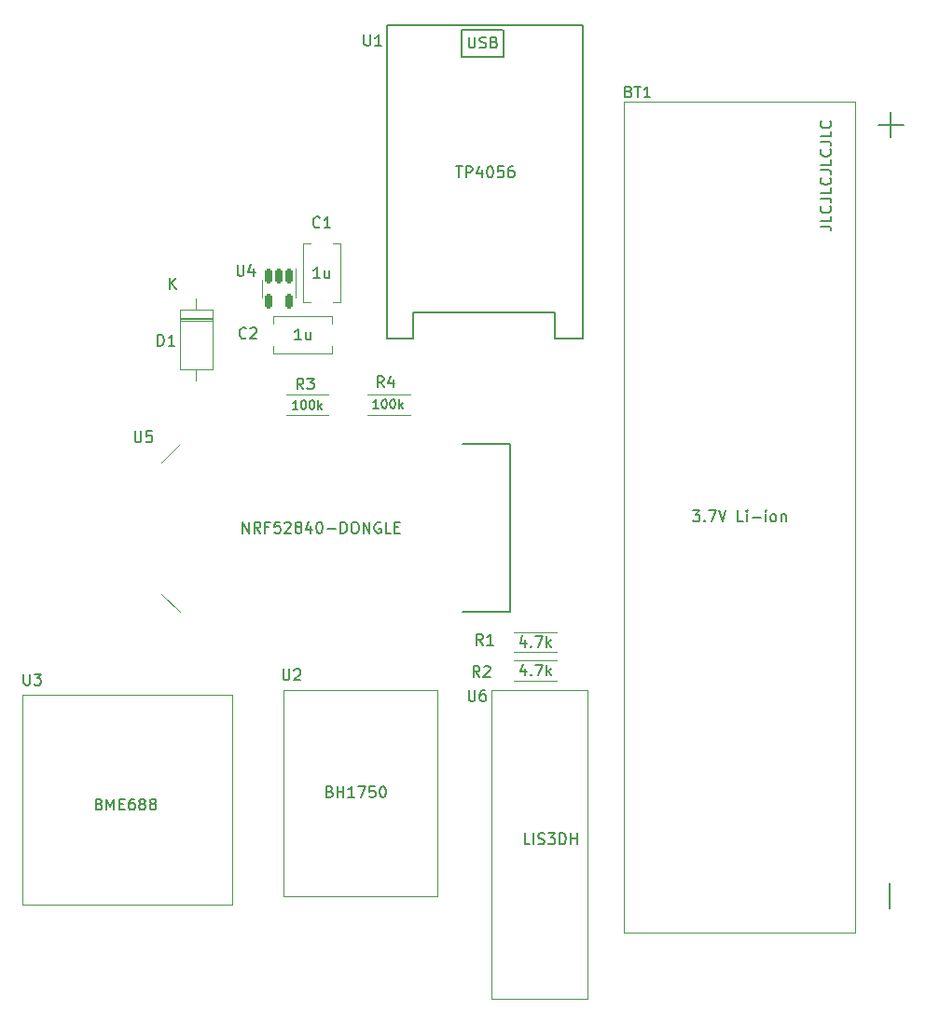
<source format=gto>
G04 #@! TF.GenerationSoftware,KiCad,Pcbnew,(6.0.9)*
G04 #@! TF.CreationDate,2023-01-30T18:51:36+02:00*
G04 #@! TF.ProjectId,Schematics,53636865-6d61-4746-9963-732e6b696361,rev?*
G04 #@! TF.SameCoordinates,Original*
G04 #@! TF.FileFunction,Legend,Top*
G04 #@! TF.FilePolarity,Positive*
%FSLAX46Y46*%
G04 Gerber Fmt 4.6, Leading zero omitted, Abs format (unit mm)*
G04 Created by KiCad (PCBNEW (6.0.9)) date 2023-01-30 18:51:36*
%MOMM*%
%LPD*%
G01*
G04 APERTURE LIST*
G04 Aperture macros list*
%AMRoundRect*
0 Rectangle with rounded corners*
0 $1 Rounding radius*
0 $2 $3 $4 $5 $6 $7 $8 $9 X,Y pos of 4 corners*
0 Add a 4 corners polygon primitive as box body*
4,1,4,$2,$3,$4,$5,$6,$7,$8,$9,$2,$3,0*
0 Add four circle primitives for the rounded corners*
1,1,$1+$1,$2,$3*
1,1,$1+$1,$4,$5*
1,1,$1+$1,$6,$7*
1,1,$1+$1,$8,$9*
0 Add four rect primitives between the rounded corners*
20,1,$1+$1,$2,$3,$4,$5,0*
20,1,$1+$1,$4,$5,$6,$7,0*
20,1,$1+$1,$6,$7,$8,$9,0*
20,1,$1+$1,$8,$9,$2,$3,0*%
G04 Aperture macros list end*
%ADD10C,0.200000*%
%ADD11C,0.150000*%
%ADD12C,0.120000*%
%ADD13C,0.127000*%
%ADD14C,2.500000*%
%ADD15C,1.600000*%
%ADD16RoundRect,0.150000X-0.150000X0.512500X-0.150000X-0.512500X0.150000X-0.512500X0.150000X0.512500X0*%
%ADD17R,1.900000X1.900000*%
%ADD18C,1.900000*%
%ADD19R,2.000000X2.000000*%
%ADD20O,2.000000X2.000000*%
%ADD21O,3.500000X3.500000*%
%ADD22C,1.400000*%
%ADD23O,1.400000X1.400000*%
%ADD24C,2.000000*%
%ADD25R,2.800000X2.800000*%
%ADD26R,2.200000X2.200000*%
%ADD27O,2.200000X2.200000*%
G04 APERTURE END LIST*
D10*
X174452380Y-78619047D02*
X175166666Y-78619047D01*
X175309523Y-78666666D01*
X175404761Y-78761904D01*
X175452380Y-78904761D01*
X175452380Y-79000000D01*
X175452380Y-77666666D02*
X175452380Y-78142857D01*
X174452380Y-78142857D01*
X175357142Y-76761904D02*
X175404761Y-76809523D01*
X175452380Y-76952380D01*
X175452380Y-77047619D01*
X175404761Y-77190476D01*
X175309523Y-77285714D01*
X175214285Y-77333333D01*
X175023809Y-77380952D01*
X174880952Y-77380952D01*
X174690476Y-77333333D01*
X174595238Y-77285714D01*
X174500000Y-77190476D01*
X174452380Y-77047619D01*
X174452380Y-76952380D01*
X174500000Y-76809523D01*
X174547619Y-76761904D01*
X174452380Y-76047619D02*
X175166666Y-76047619D01*
X175309523Y-76095238D01*
X175404761Y-76190476D01*
X175452380Y-76333333D01*
X175452380Y-76428571D01*
X175452380Y-75095238D02*
X175452380Y-75571428D01*
X174452380Y-75571428D01*
X175357142Y-74190476D02*
X175404761Y-74238095D01*
X175452380Y-74380952D01*
X175452380Y-74476190D01*
X175404761Y-74619047D01*
X175309523Y-74714285D01*
X175214285Y-74761904D01*
X175023809Y-74809523D01*
X174880952Y-74809523D01*
X174690476Y-74761904D01*
X174595238Y-74714285D01*
X174500000Y-74619047D01*
X174452380Y-74476190D01*
X174452380Y-74380952D01*
X174500000Y-74238095D01*
X174547619Y-74190476D01*
X174452380Y-73476190D02*
X175166666Y-73476190D01*
X175309523Y-73523809D01*
X175404761Y-73619047D01*
X175452380Y-73761904D01*
X175452380Y-73857142D01*
X175452380Y-72523809D02*
X175452380Y-73000000D01*
X174452380Y-73000000D01*
X175357142Y-71619047D02*
X175404761Y-71666666D01*
X175452380Y-71809523D01*
X175452380Y-71904761D01*
X175404761Y-72047619D01*
X175309523Y-72142857D01*
X175214285Y-72190476D01*
X175023809Y-72238095D01*
X174880952Y-72238095D01*
X174690476Y-72190476D01*
X174595238Y-72142857D01*
X174500000Y-72047619D01*
X174452380Y-71904761D01*
X174452380Y-71809523D01*
X174500000Y-71666666D01*
X174547619Y-71619047D01*
X174452380Y-70904761D02*
X175166666Y-70904761D01*
X175309523Y-70952380D01*
X175404761Y-71047619D01*
X175452380Y-71190476D01*
X175452380Y-71285714D01*
X175452380Y-69952380D02*
X175452380Y-70428571D01*
X174452380Y-70428571D01*
X175357142Y-69047619D02*
X175404761Y-69095238D01*
X175452380Y-69238095D01*
X175452380Y-69333333D01*
X175404761Y-69476190D01*
X175309523Y-69571428D01*
X175214285Y-69619047D01*
X175023809Y-69666666D01*
X174880952Y-69666666D01*
X174690476Y-69619047D01*
X174595238Y-69571428D01*
X174500000Y-69476190D01*
X174452380Y-69333333D01*
X174452380Y-69238095D01*
X174500000Y-69095238D01*
X174547619Y-69047619D01*
D11*
X122321333Y-88703142D02*
X122273714Y-88750761D01*
X122130857Y-88798380D01*
X122035619Y-88798380D01*
X121892761Y-88750761D01*
X121797523Y-88655523D01*
X121749904Y-88560285D01*
X121702285Y-88369809D01*
X121702285Y-88226952D01*
X121749904Y-88036476D01*
X121797523Y-87941238D01*
X121892761Y-87846000D01*
X122035619Y-87798380D01*
X122130857Y-87798380D01*
X122273714Y-87846000D01*
X122321333Y-87893619D01*
X122702285Y-87893619D02*
X122749904Y-87846000D01*
X122845142Y-87798380D01*
X123083238Y-87798380D01*
X123178476Y-87846000D01*
X123226095Y-87893619D01*
X123273714Y-87988857D01*
X123273714Y-88084095D01*
X123226095Y-88226952D01*
X122654666Y-88798380D01*
X123273714Y-88798380D01*
X127321333Y-88898380D02*
X126749904Y-88898380D01*
X127035619Y-88898380D02*
X127035619Y-87898380D01*
X126940380Y-88041238D01*
X126845142Y-88136476D01*
X126749904Y-88184095D01*
X128178476Y-88231714D02*
X128178476Y-88898380D01*
X127749904Y-88231714D02*
X127749904Y-88755523D01*
X127797523Y-88850761D01*
X127892761Y-88898380D01*
X128035619Y-88898380D01*
X128130857Y-88850761D01*
X128178476Y-88803142D01*
X121526095Y-82098380D02*
X121526095Y-82907904D01*
X121573714Y-83003142D01*
X121621333Y-83050761D01*
X121716571Y-83098380D01*
X121907047Y-83098380D01*
X122002285Y-83050761D01*
X122049904Y-83003142D01*
X122097523Y-82907904D01*
X122097523Y-82098380D01*
X123002285Y-82431714D02*
X123002285Y-83098380D01*
X122764190Y-82050761D02*
X122526095Y-82765047D01*
X123145142Y-82765047D01*
X142526095Y-120698380D02*
X142526095Y-121507904D01*
X142573714Y-121603142D01*
X142621333Y-121650761D01*
X142716571Y-121698380D01*
X142907047Y-121698380D01*
X143002285Y-121650761D01*
X143049904Y-121603142D01*
X143097523Y-121507904D01*
X143097523Y-120698380D01*
X144002285Y-120698380D02*
X143811809Y-120698380D01*
X143716571Y-120746000D01*
X143668952Y-120793619D01*
X143573714Y-120936476D01*
X143526095Y-121126952D01*
X143526095Y-121507904D01*
X143573714Y-121603142D01*
X143621333Y-121650761D01*
X143716571Y-121698380D01*
X143907047Y-121698380D01*
X144002285Y-121650761D01*
X144049904Y-121603142D01*
X144097523Y-121507904D01*
X144097523Y-121269809D01*
X144049904Y-121174571D01*
X144002285Y-121126952D01*
X143907047Y-121079333D01*
X143716571Y-121079333D01*
X143621333Y-121126952D01*
X143573714Y-121174571D01*
X143526095Y-121269809D01*
X148083238Y-134698380D02*
X147607047Y-134698380D01*
X147607047Y-133698380D01*
X148416571Y-134698380D02*
X148416571Y-133698380D01*
X148845142Y-134650761D02*
X148988000Y-134698380D01*
X149226095Y-134698380D01*
X149321333Y-134650761D01*
X149368952Y-134603142D01*
X149416571Y-134507904D01*
X149416571Y-134412666D01*
X149368952Y-134317428D01*
X149321333Y-134269809D01*
X149226095Y-134222190D01*
X149035619Y-134174571D01*
X148940380Y-134126952D01*
X148892761Y-134079333D01*
X148845142Y-133984095D01*
X148845142Y-133888857D01*
X148892761Y-133793619D01*
X148940380Y-133746000D01*
X149035619Y-133698380D01*
X149273714Y-133698380D01*
X149416571Y-133746000D01*
X149749904Y-133698380D02*
X150368952Y-133698380D01*
X150035619Y-134079333D01*
X150178476Y-134079333D01*
X150273714Y-134126952D01*
X150321333Y-134174571D01*
X150368952Y-134269809D01*
X150368952Y-134507904D01*
X150321333Y-134603142D01*
X150273714Y-134650761D01*
X150178476Y-134698380D01*
X149892761Y-134698380D01*
X149797523Y-134650761D01*
X149749904Y-134603142D01*
X150797523Y-134698380D02*
X150797523Y-133698380D01*
X151035619Y-133698380D01*
X151178476Y-133746000D01*
X151273714Y-133841238D01*
X151321333Y-133936476D01*
X151368952Y-134126952D01*
X151368952Y-134269809D01*
X151321333Y-134460285D01*
X151273714Y-134555523D01*
X151178476Y-134650761D01*
X151035619Y-134698380D01*
X150797523Y-134698380D01*
X151797523Y-134698380D02*
X151797523Y-133698380D01*
X151797523Y-134174571D02*
X152368952Y-134174571D01*
X152368952Y-134698380D02*
X152368952Y-133698380D01*
X125676095Y-118798380D02*
X125676095Y-119607904D01*
X125723714Y-119703142D01*
X125771333Y-119750761D01*
X125866571Y-119798380D01*
X126057047Y-119798380D01*
X126152285Y-119750761D01*
X126199904Y-119703142D01*
X126247523Y-119607904D01*
X126247523Y-118798380D01*
X126676095Y-118893619D02*
X126723714Y-118846000D01*
X126818952Y-118798380D01*
X127057047Y-118798380D01*
X127152285Y-118846000D01*
X127199904Y-118893619D01*
X127247523Y-118988857D01*
X127247523Y-119084095D01*
X127199904Y-119226952D01*
X126628476Y-119798380D01*
X127247523Y-119798380D01*
X129922857Y-129905071D02*
X130065714Y-129952690D01*
X130113333Y-130000309D01*
X130160952Y-130095547D01*
X130160952Y-130238404D01*
X130113333Y-130333642D01*
X130065714Y-130381261D01*
X129970476Y-130428880D01*
X129589523Y-130428880D01*
X129589523Y-129428880D01*
X129922857Y-129428880D01*
X130018095Y-129476500D01*
X130065714Y-129524119D01*
X130113333Y-129619357D01*
X130113333Y-129714595D01*
X130065714Y-129809833D01*
X130018095Y-129857452D01*
X129922857Y-129905071D01*
X129589523Y-129905071D01*
X130589523Y-130428880D02*
X130589523Y-129428880D01*
X130589523Y-129905071D02*
X131160952Y-129905071D01*
X131160952Y-130428880D02*
X131160952Y-129428880D01*
X132160952Y-130428880D02*
X131589523Y-130428880D01*
X131875238Y-130428880D02*
X131875238Y-129428880D01*
X131780000Y-129571738D01*
X131684761Y-129666976D01*
X131589523Y-129714595D01*
X132494285Y-129428880D02*
X133160952Y-129428880D01*
X132732380Y-130428880D01*
X134018095Y-129428880D02*
X133541904Y-129428880D01*
X133494285Y-129905071D01*
X133541904Y-129857452D01*
X133637142Y-129809833D01*
X133875238Y-129809833D01*
X133970476Y-129857452D01*
X134018095Y-129905071D01*
X134065714Y-130000309D01*
X134065714Y-130238404D01*
X134018095Y-130333642D01*
X133970476Y-130381261D01*
X133875238Y-130428880D01*
X133637142Y-130428880D01*
X133541904Y-130381261D01*
X133494285Y-130333642D01*
X134684761Y-129428880D02*
X134780000Y-129428880D01*
X134875238Y-129476500D01*
X134922857Y-129524119D01*
X134970476Y-129619357D01*
X135018095Y-129809833D01*
X135018095Y-130047928D01*
X134970476Y-130238404D01*
X134922857Y-130333642D01*
X134875238Y-130381261D01*
X134780000Y-130428880D01*
X134684761Y-130428880D01*
X134589523Y-130381261D01*
X134541904Y-130333642D01*
X134494285Y-130238404D01*
X134446666Y-130047928D01*
X134446666Y-129809833D01*
X134494285Y-129619357D01*
X134541904Y-129524119D01*
X134589523Y-129476500D01*
X134684761Y-129428880D01*
X157062285Y-66374571D02*
X157205142Y-66422190D01*
X157252761Y-66469809D01*
X157300380Y-66565047D01*
X157300380Y-66707904D01*
X157252761Y-66803142D01*
X157205142Y-66850761D01*
X157109904Y-66898380D01*
X156728952Y-66898380D01*
X156728952Y-65898380D01*
X157062285Y-65898380D01*
X157157523Y-65946000D01*
X157205142Y-65993619D01*
X157252761Y-66088857D01*
X157252761Y-66184095D01*
X157205142Y-66279333D01*
X157157523Y-66326952D01*
X157062285Y-66374571D01*
X156728952Y-66374571D01*
X157586095Y-65898380D02*
X158157523Y-65898380D01*
X157871809Y-66898380D02*
X157871809Y-65898380D01*
X159014666Y-66898380D02*
X158443238Y-66898380D01*
X158728952Y-66898380D02*
X158728952Y-65898380D01*
X158633714Y-66041238D01*
X158538476Y-66136476D01*
X158443238Y-66184095D01*
X162886095Y-104398380D02*
X163505142Y-104398380D01*
X163171809Y-104779333D01*
X163314666Y-104779333D01*
X163409904Y-104826952D01*
X163457523Y-104874571D01*
X163505142Y-104969809D01*
X163505142Y-105207904D01*
X163457523Y-105303142D01*
X163409904Y-105350761D01*
X163314666Y-105398380D01*
X163028952Y-105398380D01*
X162933714Y-105350761D01*
X162886095Y-105303142D01*
X163933714Y-105303142D02*
X163981333Y-105350761D01*
X163933714Y-105398380D01*
X163886095Y-105350761D01*
X163933714Y-105303142D01*
X163933714Y-105398380D01*
X164314666Y-104398380D02*
X164981333Y-104398380D01*
X164552761Y-105398380D01*
X165219428Y-104398380D02*
X165552761Y-105398380D01*
X165886095Y-104398380D01*
X167457523Y-105398380D02*
X166981333Y-105398380D01*
X166981333Y-104398380D01*
X167790857Y-105398380D02*
X167790857Y-104731714D01*
X167790857Y-104398380D02*
X167743238Y-104446000D01*
X167790857Y-104493619D01*
X167838476Y-104446000D01*
X167790857Y-104398380D01*
X167790857Y-104493619D01*
X168267047Y-105017428D02*
X169028952Y-105017428D01*
X169505142Y-105398380D02*
X169505142Y-104731714D01*
X169505142Y-104398380D02*
X169457523Y-104446000D01*
X169505142Y-104493619D01*
X169552761Y-104446000D01*
X169505142Y-104398380D01*
X169505142Y-104493619D01*
X170124190Y-105398380D02*
X170028952Y-105350761D01*
X169981333Y-105303142D01*
X169933714Y-105207904D01*
X169933714Y-104922190D01*
X169981333Y-104826952D01*
X170028952Y-104779333D01*
X170124190Y-104731714D01*
X170267047Y-104731714D01*
X170362285Y-104779333D01*
X170409904Y-104826952D01*
X170457523Y-104922190D01*
X170457523Y-105207904D01*
X170409904Y-105303142D01*
X170362285Y-105350761D01*
X170267047Y-105398380D01*
X170124190Y-105398380D01*
X170886095Y-104731714D02*
X170886095Y-105398380D01*
X170886095Y-104826952D02*
X170933714Y-104779333D01*
X171028952Y-104731714D01*
X171171809Y-104731714D01*
X171267047Y-104779333D01*
X171314666Y-104874571D01*
X171314666Y-105398380D01*
X180833714Y-68253142D02*
X180833714Y-70538857D01*
X179690857Y-69396000D02*
X181976571Y-69396000D01*
X180783714Y-138253142D02*
X180783714Y-140538857D01*
X143521333Y-119498380D02*
X143188000Y-119022190D01*
X142949904Y-119498380D02*
X142949904Y-118498380D01*
X143330857Y-118498380D01*
X143426095Y-118546000D01*
X143473714Y-118593619D01*
X143521333Y-118688857D01*
X143521333Y-118831714D01*
X143473714Y-118926952D01*
X143426095Y-118974571D01*
X143330857Y-119022190D01*
X142949904Y-119022190D01*
X143902285Y-118593619D02*
X143949904Y-118546000D01*
X144045142Y-118498380D01*
X144283238Y-118498380D01*
X144378476Y-118546000D01*
X144426095Y-118593619D01*
X144473714Y-118688857D01*
X144473714Y-118784095D01*
X144426095Y-118926952D01*
X143854666Y-119498380D01*
X144473714Y-119498380D01*
X147673428Y-118719714D02*
X147673428Y-119386380D01*
X147435333Y-118338761D02*
X147197238Y-119053047D01*
X147816285Y-119053047D01*
X148197238Y-119291142D02*
X148244857Y-119338761D01*
X148197238Y-119386380D01*
X148149619Y-119338761D01*
X148197238Y-119291142D01*
X148197238Y-119386380D01*
X148578190Y-118386380D02*
X149244857Y-118386380D01*
X148816285Y-119386380D01*
X149625809Y-119386380D02*
X149625809Y-118386380D01*
X149721047Y-119005428D02*
X150006761Y-119386380D01*
X150006761Y-118719714D02*
X149625809Y-119100666D01*
X134821333Y-93198380D02*
X134488000Y-92722190D01*
X134249904Y-93198380D02*
X134249904Y-92198380D01*
X134630857Y-92198380D01*
X134726095Y-92246000D01*
X134773714Y-92293619D01*
X134821333Y-92388857D01*
X134821333Y-92531714D01*
X134773714Y-92626952D01*
X134726095Y-92674571D01*
X134630857Y-92722190D01*
X134249904Y-92722190D01*
X135678476Y-92531714D02*
X135678476Y-93198380D01*
X135440380Y-92150761D02*
X135202285Y-92865047D01*
X135821333Y-92865047D01*
X134340857Y-95121904D02*
X133883714Y-95121904D01*
X134112285Y-95121904D02*
X134112285Y-94321904D01*
X134036095Y-94436190D01*
X133959904Y-94512380D01*
X133883714Y-94550476D01*
X134836095Y-94321904D02*
X134912285Y-94321904D01*
X134988476Y-94360000D01*
X135026571Y-94398095D01*
X135064666Y-94474285D01*
X135102761Y-94626666D01*
X135102761Y-94817142D01*
X135064666Y-94969523D01*
X135026571Y-95045714D01*
X134988476Y-95083809D01*
X134912285Y-95121904D01*
X134836095Y-95121904D01*
X134759904Y-95083809D01*
X134721809Y-95045714D01*
X134683714Y-94969523D01*
X134645619Y-94817142D01*
X134645619Y-94626666D01*
X134683714Y-94474285D01*
X134721809Y-94398095D01*
X134759904Y-94360000D01*
X134836095Y-94321904D01*
X135598000Y-94321904D02*
X135674190Y-94321904D01*
X135750380Y-94360000D01*
X135788476Y-94398095D01*
X135826571Y-94474285D01*
X135864666Y-94626666D01*
X135864666Y-94817142D01*
X135826571Y-94969523D01*
X135788476Y-95045714D01*
X135750380Y-95083809D01*
X135674190Y-95121904D01*
X135598000Y-95121904D01*
X135521809Y-95083809D01*
X135483714Y-95045714D01*
X135445619Y-94969523D01*
X135407523Y-94817142D01*
X135407523Y-94626666D01*
X135445619Y-94474285D01*
X135483714Y-94398095D01*
X135521809Y-94360000D01*
X135598000Y-94321904D01*
X136207523Y-95121904D02*
X136207523Y-94321904D01*
X136283714Y-94817142D02*
X136512285Y-95121904D01*
X136512285Y-94588571D02*
X136207523Y-94893333D01*
X127521333Y-93398380D02*
X127188000Y-92922190D01*
X126949904Y-93398380D02*
X126949904Y-92398380D01*
X127330857Y-92398380D01*
X127426095Y-92446000D01*
X127473714Y-92493619D01*
X127521333Y-92588857D01*
X127521333Y-92731714D01*
X127473714Y-92826952D01*
X127426095Y-92874571D01*
X127330857Y-92922190D01*
X126949904Y-92922190D01*
X127854666Y-92398380D02*
X128473714Y-92398380D01*
X128140380Y-92779333D01*
X128283238Y-92779333D01*
X128378476Y-92826952D01*
X128426095Y-92874571D01*
X128473714Y-92969809D01*
X128473714Y-93207904D01*
X128426095Y-93303142D01*
X128378476Y-93350761D01*
X128283238Y-93398380D01*
X127997523Y-93398380D01*
X127902285Y-93350761D01*
X127854666Y-93303142D01*
X127010857Y-95207904D02*
X126553714Y-95207904D01*
X126782285Y-95207904D02*
X126782285Y-94407904D01*
X126706095Y-94522190D01*
X126629904Y-94598380D01*
X126553714Y-94636476D01*
X127506095Y-94407904D02*
X127582285Y-94407904D01*
X127658476Y-94446000D01*
X127696571Y-94484095D01*
X127734666Y-94560285D01*
X127772761Y-94712666D01*
X127772761Y-94903142D01*
X127734666Y-95055523D01*
X127696571Y-95131714D01*
X127658476Y-95169809D01*
X127582285Y-95207904D01*
X127506095Y-95207904D01*
X127429904Y-95169809D01*
X127391809Y-95131714D01*
X127353714Y-95055523D01*
X127315619Y-94903142D01*
X127315619Y-94712666D01*
X127353714Y-94560285D01*
X127391809Y-94484095D01*
X127429904Y-94446000D01*
X127506095Y-94407904D01*
X128268000Y-94407904D02*
X128344190Y-94407904D01*
X128420380Y-94446000D01*
X128458476Y-94484095D01*
X128496571Y-94560285D01*
X128534666Y-94712666D01*
X128534666Y-94903142D01*
X128496571Y-95055523D01*
X128458476Y-95131714D01*
X128420380Y-95169809D01*
X128344190Y-95207904D01*
X128268000Y-95207904D01*
X128191809Y-95169809D01*
X128153714Y-95131714D01*
X128115619Y-95055523D01*
X128077523Y-94903142D01*
X128077523Y-94712666D01*
X128115619Y-94560285D01*
X128153714Y-94484095D01*
X128191809Y-94446000D01*
X128268000Y-94407904D01*
X128877523Y-95207904D02*
X128877523Y-94407904D01*
X128953714Y-94903142D02*
X129182285Y-95207904D01*
X129182285Y-94674571D02*
X128877523Y-94979333D01*
X112226095Y-97198380D02*
X112226095Y-98007904D01*
X112273714Y-98103142D01*
X112321333Y-98150761D01*
X112416571Y-98198380D01*
X112607047Y-98198380D01*
X112702285Y-98150761D01*
X112749904Y-98103142D01*
X112797523Y-98007904D01*
X112797523Y-97198380D01*
X113749904Y-97198380D02*
X113273714Y-97198380D01*
X113226095Y-97674571D01*
X113273714Y-97626952D01*
X113368952Y-97579333D01*
X113607047Y-97579333D01*
X113702285Y-97626952D01*
X113749904Y-97674571D01*
X113797523Y-97769809D01*
X113797523Y-98007904D01*
X113749904Y-98103142D01*
X113702285Y-98150761D01*
X113607047Y-98198380D01*
X113368952Y-98198380D01*
X113273714Y-98150761D01*
X113226095Y-98103142D01*
X122010952Y-106452380D02*
X122010952Y-105452380D01*
X122582380Y-106452380D01*
X122582380Y-105452380D01*
X123630000Y-106452380D02*
X123296666Y-105976190D01*
X123058571Y-106452380D02*
X123058571Y-105452380D01*
X123439523Y-105452380D01*
X123534761Y-105500000D01*
X123582380Y-105547619D01*
X123630000Y-105642857D01*
X123630000Y-105785714D01*
X123582380Y-105880952D01*
X123534761Y-105928571D01*
X123439523Y-105976190D01*
X123058571Y-105976190D01*
X124391904Y-105928571D02*
X124058571Y-105928571D01*
X124058571Y-106452380D02*
X124058571Y-105452380D01*
X124534761Y-105452380D01*
X125391904Y-105452380D02*
X124915714Y-105452380D01*
X124868095Y-105928571D01*
X124915714Y-105880952D01*
X125010952Y-105833333D01*
X125249047Y-105833333D01*
X125344285Y-105880952D01*
X125391904Y-105928571D01*
X125439523Y-106023809D01*
X125439523Y-106261904D01*
X125391904Y-106357142D01*
X125344285Y-106404761D01*
X125249047Y-106452380D01*
X125010952Y-106452380D01*
X124915714Y-106404761D01*
X124868095Y-106357142D01*
X125820476Y-105547619D02*
X125868095Y-105500000D01*
X125963333Y-105452380D01*
X126201428Y-105452380D01*
X126296666Y-105500000D01*
X126344285Y-105547619D01*
X126391904Y-105642857D01*
X126391904Y-105738095D01*
X126344285Y-105880952D01*
X125772857Y-106452380D01*
X126391904Y-106452380D01*
X126963333Y-105880952D02*
X126868095Y-105833333D01*
X126820476Y-105785714D01*
X126772857Y-105690476D01*
X126772857Y-105642857D01*
X126820476Y-105547619D01*
X126868095Y-105500000D01*
X126963333Y-105452380D01*
X127153809Y-105452380D01*
X127249047Y-105500000D01*
X127296666Y-105547619D01*
X127344285Y-105642857D01*
X127344285Y-105690476D01*
X127296666Y-105785714D01*
X127249047Y-105833333D01*
X127153809Y-105880952D01*
X126963333Y-105880952D01*
X126868095Y-105928571D01*
X126820476Y-105976190D01*
X126772857Y-106071428D01*
X126772857Y-106261904D01*
X126820476Y-106357142D01*
X126868095Y-106404761D01*
X126963333Y-106452380D01*
X127153809Y-106452380D01*
X127249047Y-106404761D01*
X127296666Y-106357142D01*
X127344285Y-106261904D01*
X127344285Y-106071428D01*
X127296666Y-105976190D01*
X127249047Y-105928571D01*
X127153809Y-105880952D01*
X128201428Y-105785714D02*
X128201428Y-106452380D01*
X127963333Y-105404761D02*
X127725238Y-106119047D01*
X128344285Y-106119047D01*
X128915714Y-105452380D02*
X129010952Y-105452380D01*
X129106190Y-105500000D01*
X129153809Y-105547619D01*
X129201428Y-105642857D01*
X129249047Y-105833333D01*
X129249047Y-106071428D01*
X129201428Y-106261904D01*
X129153809Y-106357142D01*
X129106190Y-106404761D01*
X129010952Y-106452380D01*
X128915714Y-106452380D01*
X128820476Y-106404761D01*
X128772857Y-106357142D01*
X128725238Y-106261904D01*
X128677619Y-106071428D01*
X128677619Y-105833333D01*
X128725238Y-105642857D01*
X128772857Y-105547619D01*
X128820476Y-105500000D01*
X128915714Y-105452380D01*
X129677619Y-106071428D02*
X130439523Y-106071428D01*
X130915714Y-106452380D02*
X130915714Y-105452380D01*
X131153809Y-105452380D01*
X131296666Y-105500000D01*
X131391904Y-105595238D01*
X131439523Y-105690476D01*
X131487142Y-105880952D01*
X131487142Y-106023809D01*
X131439523Y-106214285D01*
X131391904Y-106309523D01*
X131296666Y-106404761D01*
X131153809Y-106452380D01*
X130915714Y-106452380D01*
X132106190Y-105452380D02*
X132296666Y-105452380D01*
X132391904Y-105500000D01*
X132487142Y-105595238D01*
X132534761Y-105785714D01*
X132534761Y-106119047D01*
X132487142Y-106309523D01*
X132391904Y-106404761D01*
X132296666Y-106452380D01*
X132106190Y-106452380D01*
X132010952Y-106404761D01*
X131915714Y-106309523D01*
X131868095Y-106119047D01*
X131868095Y-105785714D01*
X131915714Y-105595238D01*
X132010952Y-105500000D01*
X132106190Y-105452380D01*
X132963333Y-106452380D02*
X132963333Y-105452380D01*
X133534761Y-106452380D01*
X133534761Y-105452380D01*
X134534761Y-105500000D02*
X134439523Y-105452380D01*
X134296666Y-105452380D01*
X134153809Y-105500000D01*
X134058571Y-105595238D01*
X134010952Y-105690476D01*
X133963333Y-105880952D01*
X133963333Y-106023809D01*
X134010952Y-106214285D01*
X134058571Y-106309523D01*
X134153809Y-106404761D01*
X134296666Y-106452380D01*
X134391904Y-106452380D01*
X134534761Y-106404761D01*
X134582380Y-106357142D01*
X134582380Y-106023809D01*
X134391904Y-106023809D01*
X135487142Y-106452380D02*
X135010952Y-106452380D01*
X135010952Y-105452380D01*
X135820476Y-105928571D02*
X136153809Y-105928571D01*
X136296666Y-106452380D02*
X135820476Y-106452380D01*
X135820476Y-105452380D01*
X136296666Y-105452380D01*
X102126095Y-119248380D02*
X102126095Y-120057904D01*
X102173714Y-120153142D01*
X102221333Y-120200761D01*
X102316571Y-120248380D01*
X102507047Y-120248380D01*
X102602285Y-120200761D01*
X102649904Y-120153142D01*
X102697523Y-120057904D01*
X102697523Y-119248380D01*
X103078476Y-119248380D02*
X103697523Y-119248380D01*
X103364190Y-119629333D01*
X103507047Y-119629333D01*
X103602285Y-119676952D01*
X103649904Y-119724571D01*
X103697523Y-119819809D01*
X103697523Y-120057904D01*
X103649904Y-120153142D01*
X103602285Y-120200761D01*
X103507047Y-120248380D01*
X103221333Y-120248380D01*
X103126095Y-120200761D01*
X103078476Y-120153142D01*
X108997047Y-131044571D02*
X109139904Y-131092190D01*
X109187523Y-131139809D01*
X109235142Y-131235047D01*
X109235142Y-131377904D01*
X109187523Y-131473142D01*
X109139904Y-131520761D01*
X109044666Y-131568380D01*
X108663714Y-131568380D01*
X108663714Y-130568380D01*
X108997047Y-130568380D01*
X109092285Y-130616000D01*
X109139904Y-130663619D01*
X109187523Y-130758857D01*
X109187523Y-130854095D01*
X109139904Y-130949333D01*
X109092285Y-130996952D01*
X108997047Y-131044571D01*
X108663714Y-131044571D01*
X109663714Y-131568380D02*
X109663714Y-130568380D01*
X109997047Y-131282666D01*
X110330380Y-130568380D01*
X110330380Y-131568380D01*
X110806571Y-131044571D02*
X111139904Y-131044571D01*
X111282761Y-131568380D02*
X110806571Y-131568380D01*
X110806571Y-130568380D01*
X111282761Y-130568380D01*
X112139904Y-130568380D02*
X111949428Y-130568380D01*
X111854190Y-130616000D01*
X111806571Y-130663619D01*
X111711333Y-130806476D01*
X111663714Y-130996952D01*
X111663714Y-131377904D01*
X111711333Y-131473142D01*
X111758952Y-131520761D01*
X111854190Y-131568380D01*
X112044666Y-131568380D01*
X112139904Y-131520761D01*
X112187523Y-131473142D01*
X112235142Y-131377904D01*
X112235142Y-131139809D01*
X112187523Y-131044571D01*
X112139904Y-130996952D01*
X112044666Y-130949333D01*
X111854190Y-130949333D01*
X111758952Y-130996952D01*
X111711333Y-131044571D01*
X111663714Y-131139809D01*
X112806571Y-130996952D02*
X112711333Y-130949333D01*
X112663714Y-130901714D01*
X112616095Y-130806476D01*
X112616095Y-130758857D01*
X112663714Y-130663619D01*
X112711333Y-130616000D01*
X112806571Y-130568380D01*
X112997047Y-130568380D01*
X113092285Y-130616000D01*
X113139904Y-130663619D01*
X113187523Y-130758857D01*
X113187523Y-130806476D01*
X113139904Y-130901714D01*
X113092285Y-130949333D01*
X112997047Y-130996952D01*
X112806571Y-130996952D01*
X112711333Y-131044571D01*
X112663714Y-131092190D01*
X112616095Y-131187428D01*
X112616095Y-131377904D01*
X112663714Y-131473142D01*
X112711333Y-131520761D01*
X112806571Y-131568380D01*
X112997047Y-131568380D01*
X113092285Y-131520761D01*
X113139904Y-131473142D01*
X113187523Y-131377904D01*
X113187523Y-131187428D01*
X113139904Y-131092190D01*
X113092285Y-131044571D01*
X112997047Y-130996952D01*
X113758952Y-130996952D02*
X113663714Y-130949333D01*
X113616095Y-130901714D01*
X113568476Y-130806476D01*
X113568476Y-130758857D01*
X113616095Y-130663619D01*
X113663714Y-130616000D01*
X113758952Y-130568380D01*
X113949428Y-130568380D01*
X114044666Y-130616000D01*
X114092285Y-130663619D01*
X114139904Y-130758857D01*
X114139904Y-130806476D01*
X114092285Y-130901714D01*
X114044666Y-130949333D01*
X113949428Y-130996952D01*
X113758952Y-130996952D01*
X113663714Y-131044571D01*
X113616095Y-131092190D01*
X113568476Y-131187428D01*
X113568476Y-131377904D01*
X113616095Y-131473142D01*
X113663714Y-131520761D01*
X113758952Y-131568380D01*
X113949428Y-131568380D01*
X114044666Y-131520761D01*
X114092285Y-131473142D01*
X114139904Y-131377904D01*
X114139904Y-131187428D01*
X114092285Y-131092190D01*
X114044666Y-131044571D01*
X113949428Y-130996952D01*
X133036095Y-61198380D02*
X133036095Y-62007904D01*
X133083714Y-62103142D01*
X133131333Y-62150761D01*
X133226571Y-62198380D01*
X133417047Y-62198380D01*
X133512285Y-62150761D01*
X133559904Y-62103142D01*
X133607523Y-62007904D01*
X133607523Y-61198380D01*
X134607523Y-62198380D02*
X134036095Y-62198380D01*
X134321809Y-62198380D02*
X134321809Y-61198380D01*
X134226571Y-61341238D01*
X134131333Y-61436476D01*
X134036095Y-61484095D01*
X141385023Y-73148880D02*
X141956452Y-73148880D01*
X141670738Y-74148880D02*
X141670738Y-73148880D01*
X142289785Y-74148880D02*
X142289785Y-73148880D01*
X142670738Y-73148880D01*
X142765976Y-73196500D01*
X142813595Y-73244119D01*
X142861214Y-73339357D01*
X142861214Y-73482214D01*
X142813595Y-73577452D01*
X142765976Y-73625071D01*
X142670738Y-73672690D01*
X142289785Y-73672690D01*
X143718357Y-73482214D02*
X143718357Y-74148880D01*
X143480261Y-73101261D02*
X143242166Y-73815547D01*
X143861214Y-73815547D01*
X144432642Y-73148880D02*
X144527880Y-73148880D01*
X144623119Y-73196500D01*
X144670738Y-73244119D01*
X144718357Y-73339357D01*
X144765976Y-73529833D01*
X144765976Y-73767928D01*
X144718357Y-73958404D01*
X144670738Y-74053642D01*
X144623119Y-74101261D01*
X144527880Y-74148880D01*
X144432642Y-74148880D01*
X144337404Y-74101261D01*
X144289785Y-74053642D01*
X144242166Y-73958404D01*
X144194547Y-73767928D01*
X144194547Y-73529833D01*
X144242166Y-73339357D01*
X144289785Y-73244119D01*
X144337404Y-73196500D01*
X144432642Y-73148880D01*
X145670738Y-73148880D02*
X145194547Y-73148880D01*
X145146928Y-73625071D01*
X145194547Y-73577452D01*
X145289785Y-73529833D01*
X145527880Y-73529833D01*
X145623119Y-73577452D01*
X145670738Y-73625071D01*
X145718357Y-73720309D01*
X145718357Y-73958404D01*
X145670738Y-74053642D01*
X145623119Y-74101261D01*
X145527880Y-74148880D01*
X145289785Y-74148880D01*
X145194547Y-74101261D01*
X145146928Y-74053642D01*
X146575500Y-73148880D02*
X146385023Y-73148880D01*
X146289785Y-73196500D01*
X146242166Y-73244119D01*
X146146928Y-73386976D01*
X146099309Y-73577452D01*
X146099309Y-73958404D01*
X146146928Y-74053642D01*
X146194547Y-74101261D01*
X146289785Y-74148880D01*
X146480261Y-74148880D01*
X146575500Y-74101261D01*
X146623119Y-74053642D01*
X146670738Y-73958404D01*
X146670738Y-73720309D01*
X146623119Y-73625071D01*
X146575500Y-73577452D01*
X146480261Y-73529833D01*
X146289785Y-73529833D01*
X146194547Y-73577452D01*
X146146928Y-73625071D01*
X146099309Y-73720309D01*
X142526095Y-61398380D02*
X142526095Y-62207904D01*
X142573714Y-62303142D01*
X142621333Y-62350761D01*
X142716571Y-62398380D01*
X142907047Y-62398380D01*
X143002285Y-62350761D01*
X143049904Y-62303142D01*
X143097523Y-62207904D01*
X143097523Y-61398380D01*
X143526095Y-62350761D02*
X143668952Y-62398380D01*
X143907047Y-62398380D01*
X144002285Y-62350761D01*
X144049904Y-62303142D01*
X144097523Y-62207904D01*
X144097523Y-62112666D01*
X144049904Y-62017428D01*
X144002285Y-61969809D01*
X143907047Y-61922190D01*
X143716571Y-61874571D01*
X143621333Y-61826952D01*
X143573714Y-61779333D01*
X143526095Y-61684095D01*
X143526095Y-61588857D01*
X143573714Y-61493619D01*
X143621333Y-61446000D01*
X143716571Y-61398380D01*
X143954666Y-61398380D01*
X144097523Y-61446000D01*
X144859428Y-61874571D02*
X145002285Y-61922190D01*
X145049904Y-61969809D01*
X145097523Y-62065047D01*
X145097523Y-62207904D01*
X145049904Y-62303142D01*
X145002285Y-62350761D01*
X144907047Y-62398380D01*
X144526095Y-62398380D01*
X144526095Y-61398380D01*
X144859428Y-61398380D01*
X144954666Y-61446000D01*
X145002285Y-61493619D01*
X145049904Y-61588857D01*
X145049904Y-61684095D01*
X145002285Y-61779333D01*
X144954666Y-61826952D01*
X144859428Y-61874571D01*
X144526095Y-61874571D01*
X129021333Y-78631142D02*
X128973714Y-78678761D01*
X128830857Y-78726380D01*
X128735619Y-78726380D01*
X128592761Y-78678761D01*
X128497523Y-78583523D01*
X128449904Y-78488285D01*
X128402285Y-78297809D01*
X128402285Y-78154952D01*
X128449904Y-77964476D01*
X128497523Y-77869238D01*
X128592761Y-77774000D01*
X128735619Y-77726380D01*
X128830857Y-77726380D01*
X128973714Y-77774000D01*
X129021333Y-77821619D01*
X129973714Y-78726380D02*
X129402285Y-78726380D01*
X129688000Y-78726380D02*
X129688000Y-77726380D01*
X129592761Y-77869238D01*
X129497523Y-77964476D01*
X129402285Y-78012095D01*
X129021333Y-83298380D02*
X128449904Y-83298380D01*
X128735619Y-83298380D02*
X128735619Y-82298380D01*
X128640380Y-82441238D01*
X128545142Y-82536476D01*
X128449904Y-82584095D01*
X129878476Y-82631714D02*
X129878476Y-83298380D01*
X129449904Y-82631714D02*
X129449904Y-83155523D01*
X129497523Y-83250761D01*
X129592761Y-83298380D01*
X129735619Y-83298380D01*
X129830857Y-83250761D01*
X129878476Y-83203142D01*
X143821333Y-116598380D02*
X143488000Y-116122190D01*
X143249904Y-116598380D02*
X143249904Y-115598380D01*
X143630857Y-115598380D01*
X143726095Y-115646000D01*
X143773714Y-115693619D01*
X143821333Y-115788857D01*
X143821333Y-115931714D01*
X143773714Y-116026952D01*
X143726095Y-116074571D01*
X143630857Y-116122190D01*
X143249904Y-116122190D01*
X144773714Y-116598380D02*
X144202285Y-116598380D01*
X144488000Y-116598380D02*
X144488000Y-115598380D01*
X144392761Y-115741238D01*
X144297523Y-115836476D01*
X144202285Y-115884095D01*
X147659428Y-116119714D02*
X147659428Y-116786380D01*
X147421333Y-115738761D02*
X147183238Y-116453047D01*
X147802285Y-116453047D01*
X148183238Y-116691142D02*
X148230857Y-116738761D01*
X148183238Y-116786380D01*
X148135619Y-116738761D01*
X148183238Y-116691142D01*
X148183238Y-116786380D01*
X148564190Y-115786380D02*
X149230857Y-115786380D01*
X148802285Y-116786380D01*
X149611809Y-116786380D02*
X149611809Y-115786380D01*
X149707047Y-116405428D02*
X149992761Y-116786380D01*
X149992761Y-116119714D02*
X149611809Y-116500666D01*
X114309904Y-89438380D02*
X114309904Y-88438380D01*
X114548000Y-88438380D01*
X114690857Y-88486000D01*
X114786095Y-88581238D01*
X114833714Y-88676476D01*
X114881333Y-88866952D01*
X114881333Y-89009809D01*
X114833714Y-89200285D01*
X114786095Y-89295523D01*
X114690857Y-89390761D01*
X114548000Y-89438380D01*
X114309904Y-89438380D01*
X115833714Y-89438380D02*
X115262285Y-89438380D01*
X115548000Y-89438380D02*
X115548000Y-88438380D01*
X115452761Y-88581238D01*
X115357523Y-88676476D01*
X115262285Y-88724095D01*
X115366095Y-84298380D02*
X115366095Y-83298380D01*
X115937523Y-84298380D02*
X115508952Y-83726952D01*
X115937523Y-83298380D02*
X115366095Y-83869809D01*
D12*
X124818000Y-86725000D02*
X130158000Y-86725000D01*
X124818000Y-89501000D02*
X124818000Y-90167000D01*
X124818000Y-86725000D02*
X124818000Y-87391000D01*
X130158000Y-89501000D02*
X130158000Y-90167000D01*
X124818000Y-90167000D02*
X130158000Y-90167000D01*
X130158000Y-86725000D02*
X130158000Y-87391000D01*
X126848000Y-84246000D02*
X126848000Y-82446000D01*
X123728000Y-84246000D02*
X123728000Y-83446000D01*
X126848000Y-84246000D02*
X126848000Y-85046000D01*
X123728000Y-84246000D02*
X123728000Y-85046000D01*
X144593000Y-148741000D02*
X153293000Y-148741000D01*
X144593000Y-120741000D02*
X144593000Y-148741000D01*
X153293000Y-120741000D02*
X153293000Y-148741000D01*
X153293000Y-120741000D02*
X144593000Y-120741000D01*
X125743000Y-139385500D02*
X125743000Y-120716500D01*
X139643000Y-139385500D02*
X139643000Y-120716500D01*
X139643000Y-139385500D02*
X125743000Y-139385500D01*
X139643000Y-120716500D02*
X125743000Y-120716500D01*
X177648000Y-67246000D02*
X177648000Y-142746000D01*
X156648000Y-142746000D02*
X177648000Y-142746000D01*
X156648000Y-67246000D02*
X156648000Y-142746000D01*
X156648000Y-67246000D02*
X177648000Y-67246000D01*
X150508000Y-119866000D02*
X146668000Y-119866000D01*
X150508000Y-118026000D02*
X146668000Y-118026000D01*
X137208000Y-93876000D02*
X133368000Y-93876000D01*
X137208000Y-95716000D02*
X133368000Y-95716000D01*
X125968000Y-95716000D02*
X129808000Y-95716000D01*
X125968000Y-93876000D02*
X129808000Y-93876000D01*
D13*
X146308000Y-98380000D02*
X141938000Y-98380000D01*
D12*
X116303000Y-113620000D02*
X114652000Y-111969000D01*
D13*
X146308000Y-113620000D02*
X146308000Y-98380000D01*
D12*
X116303000Y-98380000D02*
X114652000Y-100031000D01*
D13*
X141938000Y-113620000D02*
X146308000Y-113620000D01*
D12*
X121038000Y-121146000D02*
X102038000Y-121146000D01*
X121038000Y-140146000D02*
X102038000Y-140146000D01*
X121038000Y-140146000D02*
X121038000Y-121146000D01*
X102038000Y-140146000D02*
X102038000Y-121146000D01*
D11*
X137488000Y-88746000D02*
X137188000Y-88746000D01*
X150388000Y-86446000D02*
X137488000Y-86446000D01*
X141888000Y-63246000D02*
X141888000Y-60746000D01*
X145688000Y-60746000D02*
X145688000Y-63246000D01*
X135088000Y-88746000D02*
X135088000Y-60346000D01*
X152888000Y-86646000D02*
X152888000Y-88746000D01*
X152888000Y-60346000D02*
X152888000Y-86646000D01*
X152888000Y-88746000D02*
X150388000Y-88746000D01*
X150388000Y-88746000D02*
X150388000Y-86446000D01*
X137188000Y-88746000D02*
X135088000Y-88746000D01*
X145688000Y-63246000D02*
X141888000Y-63246000D01*
X137488000Y-86446000D02*
X137488000Y-86746000D01*
X135088000Y-60346000D02*
X152888000Y-60346000D01*
X137488000Y-86646000D02*
X137488000Y-88746000D01*
X141888000Y-60746000D02*
X145588000Y-60746000D01*
D12*
X130909000Y-85516000D02*
X130909000Y-80176000D01*
X127467000Y-80176000D02*
X128133000Y-80176000D01*
X127467000Y-85516000D02*
X127467000Y-80176000D01*
X127467000Y-85516000D02*
X128133000Y-85516000D01*
X130243000Y-80176000D02*
X130909000Y-80176000D01*
X130243000Y-85516000D02*
X130909000Y-85516000D01*
X146668000Y-117266000D02*
X150508000Y-117266000D01*
X146668000Y-115426000D02*
X150508000Y-115426000D01*
X117788000Y-85106000D02*
X117788000Y-86126000D01*
X116318000Y-91566000D02*
X119258000Y-91566000D01*
X119258000Y-86906000D02*
X116318000Y-86906000D01*
X119258000Y-86126000D02*
X116318000Y-86126000D01*
X119258000Y-87146000D02*
X116318000Y-87146000D01*
X119258000Y-87026000D02*
X116318000Y-87026000D01*
X116318000Y-86126000D02*
X116318000Y-91566000D01*
X117788000Y-92586000D02*
X117788000Y-91566000D01*
X119258000Y-91566000D02*
X119258000Y-86126000D01*
%LPC*%
D14*
X104000000Y-146000000D03*
X104000000Y-64000000D03*
D15*
X124988000Y-88446000D03*
X129988000Y-88446000D03*
D16*
X126238000Y-83108500D03*
X125288000Y-83108500D03*
X124338000Y-83108500D03*
X124338000Y-85383500D03*
X126238000Y-85383500D03*
D17*
X146043000Y-122138000D03*
D18*
X146043000Y-124678000D03*
X146043000Y-127218000D03*
X146043000Y-129758000D03*
X146043000Y-132298000D03*
X146043000Y-134838000D03*
X146043000Y-137378000D03*
X146043000Y-139918000D03*
X146043000Y-142458000D03*
X146043000Y-144998000D03*
X146043000Y-147538000D03*
D19*
X137750000Y-122435500D03*
D20*
X135210000Y-122435500D03*
X132670000Y-122435500D03*
X130130000Y-122435500D03*
X127590000Y-122435500D03*
D21*
X167148000Y-69296000D03*
X167148000Y-140696000D03*
D14*
X181000000Y-146000000D03*
D22*
X151128000Y-118946000D03*
D23*
X146048000Y-118946000D03*
D14*
X181000000Y-64000000D03*
D22*
X137828000Y-94796000D03*
D23*
X132748000Y-94796000D03*
D22*
X125348000Y-94796000D03*
D23*
X130428000Y-94796000D03*
D24*
X130433000Y-98380000D03*
X135513000Y-113620000D03*
X138053000Y-113620000D03*
X117733000Y-113620000D03*
X120273000Y-113620000D03*
X122813000Y-113620000D03*
X125353000Y-113620000D03*
X127893000Y-113620000D03*
X130433000Y-113620000D03*
X127893000Y-98380000D03*
X125353000Y-98380000D03*
X132973000Y-113620000D03*
X138053000Y-98380000D03*
X135513000Y-98380000D03*
X132973000Y-98380000D03*
X140593000Y-113620000D03*
X140593000Y-98380000D03*
X122813000Y-98380000D03*
X120273000Y-98380000D03*
X112653000Y-100440000D03*
X112653000Y-111560000D03*
X117733000Y-98380000D03*
D19*
X116618000Y-122396000D03*
D20*
X114078000Y-122396000D03*
X111538000Y-122396000D03*
X108998000Y-122396000D03*
X106458000Y-122396000D03*
D25*
X151188000Y-62046000D03*
X136988000Y-62046000D03*
X151188000Y-84946000D03*
X147688000Y-84946000D03*
X140088000Y-84946000D03*
X136688000Y-84946000D03*
D15*
X129188000Y-85346000D03*
X129188000Y-80346000D03*
D22*
X146048000Y-116346000D03*
D23*
X151128000Y-116346000D03*
D26*
X117788000Y-83766000D03*
D27*
X117788000Y-93926000D03*
M02*

</source>
